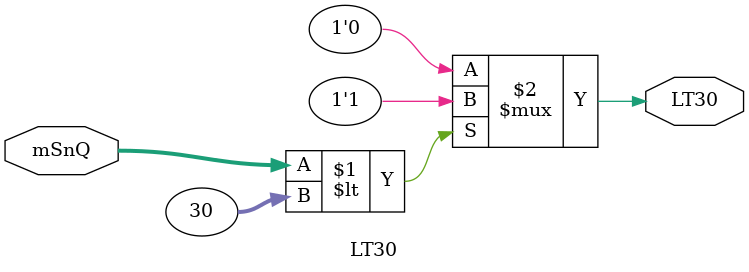
<source format=v>


module LT30(
	mSnQ,
	LT30
);

input wire	[7:0] mSnQ;
output wire	LT30;

//assign	LT30 = ~(mSnQ[6] | mSnQ[5] | (mSnQ[4] & mSnQ[3] & mSnQ[2] & mSnQ[1]));
assign LT30 = (mSnQ < 30) ? 1'b1 : 1'b0;

endmodule

</source>
